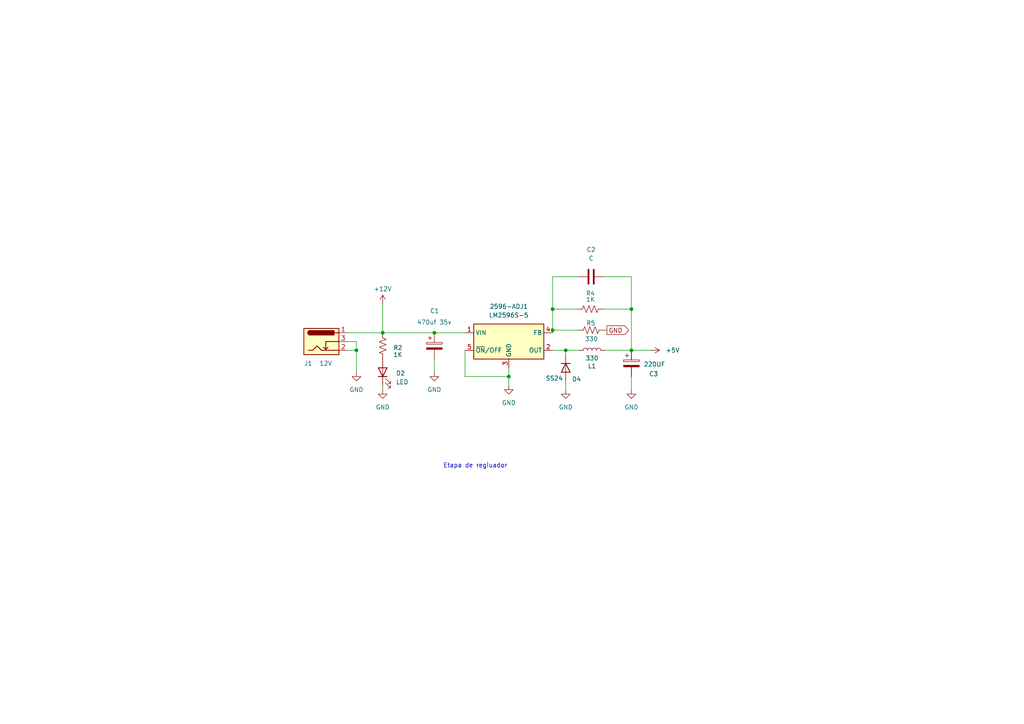
<source format=kicad_sch>
(kicad_sch (version 20230121) (generator eeschema)
  (paper "A4")
  (lib_symbols
    (symbol "Connector:Barrel_Jack_Switch" (pin_names hide)
      (property "Reference" "J" (at 0 5.334 0))
      (property "Value" "Barrel_Jack_Switch" (at 0 -5.08 0))
      (symbol "Barrel_Jack_Switch_0_1"
        (rectangle (start -5.08 3.81) (end 5.08 -3.81) (stroke (width 0.254)) (fill (type background)))
        (arc (start -3.302 3.175) (mid -3.9343 2.54) (end -3.302 1.905) (stroke (width 0.254)))
        (arc (start -3.302 3.175) (mid -3.9343 2.54) (end -3.302 1.905) (stroke (width 0.254)) (fill (type outline)))
        (polyline (pts (xy 1.27 -2.286) (xy 1.905 -1.651)) (stroke (width 0.254)))
        (polyline (pts (xy 5.08 2.54) (xy 3.81 2.54)) (stroke (width 0.254)))
        (polyline (pts (xy 5.08 0) (xy 1.27 0) (xy 1.27 -2.286) (xy 0.635 -1.651)) (stroke (width 0.254)))
        (polyline (pts (xy -3.81 -2.54) (xy -2.54 -2.54) (xy -1.27 -1.27) (xy 0 -2.54) (xy 2.54 -2.54) (xy 5.08 -2.54)) (stroke (width 0.254)))
        (rectangle (start 3.683 3.175) (end -3.302 1.905) (stroke (width 0.254)) (fill (type outline)))
      )
      (symbol "Barrel_Jack_Switch_1_1"
        (pin passive line (at 7.62 2.54 180) (length 2.54) (name "~") (number "1"))
        (pin passive line (at 7.62 -2.54 180) (length 2.54) (name "~") (number "2"))
        (pin passive line (at 7.62 0 180) (length 2.54) (name "~") (number "3"))
      )
    )
    (symbol "Device:C" (pin_numbers hide) (pin_names (offset 0.254))
      (property "Reference" "C" (at 0.635 2.54 0))
      (property "Value" "C" (at 0.635 -2.54 0))
      (symbol "C_0_1"
        (polyline (pts (xy -2.032 -0.762) (xy 2.032 -0.762)) (stroke (width 0.508)))
        (polyline (pts (xy -2.032 0.762) (xy 2.032 0.762)) (stroke (width 0.508)))
      )
      (symbol "C_1_1"
        (pin passive line (at 0 3.81 270) (length 2.794) (name "~") (number "1"))
        (pin passive line (at 0 -3.81 90) (length 2.794) (name "~") (number "2"))
      )
    )
    (symbol "Device:C_Polarized" (pin_numbers hide) (pin_names (offset 0.254))
      (property "Reference" "C" (at 0.635 2.54 0))
      (property "Value" "C_Polarized" (at 0.635 -2.54 0))
      (symbol "C_Polarized_0_1"
        (rectangle (start -2.286 0.508) (end 2.286 1.016))
        (polyline (pts (xy -1.778 2.286) (xy -0.762 2.286)))
        (polyline (pts (xy -1.27 2.794) (xy -1.27 1.778)))
        (rectangle (start 2.286 -0.508) (end -2.286 -1.016) (fill (type outline)))
      )
      (symbol "C_Polarized_1_1"
        (pin passive line (at 0 3.81 270) (length 2.794) (name "~") (number "1"))
        (pin passive line (at 0 -3.81 90) (length 2.794) (name "~") (number "2"))
      )
    )
    (symbol "Device:L" (pin_numbers hide) (pin_names (offset 1.016) hide)
      (property "Reference" "L" (at -1.27 0 90))
      (property "Value" "L" (at 1.905 0 90))
      (symbol "L_0_1"
        (arc (start 0 -2.54) (mid 0.6323 -1.905) (end 0 -1.27))
        (arc (start 0 -1.27) (mid 0.6323 -0.635) (end 0 0))
        (arc (start 0 0) (mid 0.6323 0.635) (end 0 1.27))
        (arc (start 0 1.27) (mid 0.6323 1.905) (end 0 2.54))
      )
      (symbol "L_1_1"
        (pin passive line (at 0 3.81 270) (length 1.27) (name "1") (number "1"))
        (pin passive line (at 0 -3.81 90) (length 1.27) (name "2") (number "2"))
      )
    )
    (symbol "Device:LED" (pin_numbers hide) (pin_names (offset 1.016) hide)
      (property "Reference" "D" (at 0 2.54 0))
      (property "Value" "LED" (at 0 -2.54 0))
      (symbol "LED_0_1"
        (polyline (pts (xy -1.27 -1.27) (xy -1.27 1.27)) (stroke (width 0.254)))
        (polyline (pts (xy -1.27 0) (xy 1.27 0)))
        (polyline (pts (xy 1.27 -1.27) (xy 1.27 1.27) (xy -1.27 0) (xy 1.27 -1.27)) (stroke (width 0.254)))
        (polyline (pts (xy -3.048 -0.762) (xy -4.572 -2.286) (xy -3.81 -2.286) (xy -4.572 -2.286) (xy -4.572 -1.524)))
        (polyline (pts (xy -1.778 -0.762) (xy -3.302 -2.286) (xy -2.54 -2.286) (xy -3.302 -2.286) (xy -3.302 -1.524)))
      )
      (symbol "LED_1_1"
        (pin passive line (at -3.81 0 0) (length 2.54) (name "K") (number "1"))
        (pin passive line (at 3.81 0 180) (length 2.54) (name "A") (number "2"))
      )
    )
    (symbol "Device:R_US" (pin_numbers hide) (pin_names (offset 0))
      (property "Reference" "R" (at 2.54 0 90))
      (property "Value" "R_US" (at -2.54 0 90))
      (symbol "R_US_0_1"
        (polyline (pts (xy 0 -2.286) (xy 0 -2.54)))
        (polyline (pts (xy 0 2.286) (xy 0 2.54)))
        (polyline (pts (xy 0 -0.762) (xy 1.016 -1.143) (xy 0 -1.524) (xy -1.016 -1.905) (xy 0 -2.286)))
        (polyline (pts (xy 0 0.762) (xy 1.016 0.381) (xy 0 0) (xy -1.016 -0.381) (xy 0 -0.762)))
        (polyline (pts (xy 0 2.286) (xy 1.016 1.905) (xy 0 1.524) (xy -1.016 1.143) (xy 0 0.762)))
      )
      (symbol "R_US_1_1"
        (pin passive line (at 0 3.81 270) (length 1.27) (name "~") (number "1"))
        (pin passive line (at 0 -3.81 90) (length 1.27) (name "~") (number "2"))
      )
    )
    (symbol "Diode:US2MA" (pin_numbers hide) (pin_names (offset 1.016) hide)
      (property "Reference" "D" (at 0 2.54 0))
      (property "Value" "US2MA" (at 0 -2.54 0))
      (symbol "US2MA_0_1"
        (polyline (pts (xy -1.27 1.27) (xy -1.27 -1.27)) (stroke (width 0.254)))
        (polyline (pts (xy 1.27 0) (xy -1.27 0)))
        (polyline (pts (xy 1.27 1.27) (xy 1.27 -1.27) (xy -1.27 0) (xy 1.27 1.27)) (stroke (width 0.254)))
      )
      (symbol "US2MA_1_1"
        (pin passive line (at -3.81 0 0) (length 2.54) (name "K") (number "1"))
        (pin passive line (at 3.81 0 180) (length 2.54) (name "A") (number "2"))
      )
    )
    (symbol "Regulator_Switching:LM2596S-5"
      (property "Reference" "U" (at -10.16 6.35 0))
      (property "Value" "LM2596S-5" (at 0 6.35 0))
      (symbol "LM2596S-5_0_1"
        (rectangle (start -10.16 5.08) (end 10.16 -5.08) (stroke (width 0.254)) (fill (type background)))
      )
      (symbol "LM2596S-5_1_1"
        (pin power_in line (at -12.7 2.54 0) (length 2.54) (name "VIN") (number "1"))
        (pin output line (at 12.7 -2.54 180) (length 2.54) (name "OUT") (number "2"))
        (pin power_in line (at 0 -7.62 90) (length 2.54) (name "GND") (number "3"))
        (pin input line (at 12.7 2.54 180) (length 2.54) (name "FB") (number "4"))
        (pin input line (at -12.7 -2.54 0) (length 2.54) (name "~{ON}/OFF") (number "5"))
      )
    )
    (symbol "power:+12V" (power) (pin_names (offset 0))
      (property "Value" "+12V" (at 0 3.556 0))
      (symbol "+12V_0_1"
        (polyline (pts (xy -0.762 1.27) (xy 0 2.54)))
        (polyline (pts (xy 0 0) (xy 0 2.54)))
        (polyline (pts (xy 0 2.54) (xy 0.762 1.27)))
      )
      (symbol "+12V_1_1"
        (pin power_in line (at 0 0 90) (length 0) hide (name "+12V") (number "1"))
      )
    )
    (symbol "power:+5V" (power) (pin_names (offset 0))
      (property "Value" "+5V" (at 0 3.556 0))
      (symbol "+5V_0_1"
        (polyline (pts (xy -0.762 1.27) (xy 0 2.54)))
        (polyline (pts (xy 0 0) (xy 0 2.54)))
        (polyline (pts (xy 0 2.54) (xy 0.762 1.27)))
      )
      (symbol "+5V_1_1"
        (pin power_in line (at 0 0 90) (length 0) hide (name "+5V") (number "1"))
      )
    )
    (symbol "power:GND" (power) (pin_names (offset 0))
      (property "Value" "GND" (at 0 -3.81 0))
      (symbol "GND_0_1"
        (polyline (pts (xy 0 0) (xy 0 -1.27) (xy 1.27 -1.27) (xy 0 -2.54) (xy -1.27 -1.27) (xy 0 -1.27)))
      )
      (symbol "GND_1_1"
        (pin power_in line (at 0 0 270) (length 0) hide (name "GND") (number "1"))
      )
    )
  )
  (junction (at 103.378 101.6))
  (junction (at 160.274 89.662))
  (junction (at 160.274 95.758))
  (junction (at 164.084 101.6))
  (junction (at 183.134 101.6))
  (junction (at 125.984 96.52))
  (junction (at 183.134 89.662))
  (junction (at 110.998 96.52))
  (junction (at 147.574 109.22))
  (wire (pts (xy 175.006 89.662) (xy 183.134 89.662)))
  (wire (pts (xy 103.378 101.6) (xy 103.378 107.95)))
  (wire (pts (xy 160.274 101.6) (xy 164.084 101.6)))
  (wire (pts (xy 134.874 109.22) (xy 147.574 109.22)))
  (wire (pts (xy 164.084 102.87) (xy 164.084 101.6)))
  (wire (pts (xy 100.838 101.6) (xy 103.378 101.6)))
  (wire (pts (xy 110.998 96.52) (xy 100.838 96.52)))
  (wire (pts (xy 110.998 111.76) (xy 110.998 113.03)))
  (wire (pts (xy 175.26 80.264) (xy 183.134 80.264)))
  (wire (pts (xy 134.874 101.6) (xy 134.874 109.22)))
  (wire (pts (xy 183.134 80.264) (xy 183.134 89.662)))
  (wire (pts (xy 160.274 95.758) (xy 160.274 96.52)))
  (wire (pts (xy 167.64 80.264) (xy 160.274 80.264)))
  (wire (pts (xy 125.984 96.52) (xy 134.874 96.52)))
  (wire (pts (xy 125.984 104.14) (xy 125.984 107.95)))
  (wire (pts (xy 160.274 80.264) (xy 160.274 89.662)))
  (wire (pts (xy 147.574 109.22) (xy 147.574 111.76)))
  (wire (pts (xy 160.274 89.662) (xy 160.274 95.758)))
  (wire (pts (xy 147.574 106.68) (xy 147.574 109.22)))
  (wire (pts (xy 103.378 99.06) (xy 103.378 101.6)))
  (wire (pts (xy 167.386 89.662) (xy 160.274 89.662)))
  (wire (pts (xy 175.514 101.6) (xy 183.134 101.6)))
  (wire (pts (xy 183.134 109.22) (xy 183.134 113.03)))
  (wire (pts (xy 160.274 95.758) (xy 167.64 95.758)))
  (wire (pts (xy 183.134 89.662) (xy 183.134 101.6)))
  (wire (pts (xy 110.998 96.52) (xy 125.984 96.52)))
  (wire (pts (xy 100.838 99.06) (xy 103.378 99.06)))
  (wire (pts (xy 164.084 113.03) (xy 164.084 110.49)))
  (wire (pts (xy 110.998 88.138) (xy 110.998 96.52)))
  (wire (pts (xy 164.084 101.6) (xy 167.894 101.6)))
  (wire (pts (xy 175.26 95.758) (xy 176.022 95.758)))
  (wire (pts (xy 183.134 101.6) (xy 188.722 101.6)))
  (text "Etapa de regiuador\n" (at 128.524 135.89 0) (effects (font (size 1.27 1.27)) (justify left bottom)))
  (global_label "GND" (shape output) (at 176.022 95.758 0) (property "Intersheetrefs" "${INTERSHEET_REFS}" (effects hide)))
  (symbol (lib_id "Device:LED") (at 110.998 107.95 90) (unit 1)
    (property "Reference" "D2" (at 114.808 108.2674 90) (effects (justify right)))
    (property "Value" "LED" (at 114.808 110.8074 90) (effects (justify right)))
    (property "Footprint" "Resistor_SMD:R_1206_3216Metric_Pad1.30x1.75mm_HandSolder" (effects hide))
    (instances (project "SCARAB-V1" (path "" (reference "D2") (unit 1))) (project "ER-PROMEGA-SHIELD" (path "" (reference "D1") (unit 1))))
  )
  (symbol (lib_id "Device:R_US") (at 110.998 100.33 0) (unit 1)
    (property "Reference" "R2" (at 114.046 100.838 0) (effects (justify left)))
    (property "Value" "1K" (at 114.046 102.87 0) (effects (justify left)))
    (property "Footprint" "Resistor_SMD:R_0805_2012Metric_Pad1.20x1.40mm_HandSolder" (effects hide))
    (instances (project "SCARAB-V1" (path "" (reference "R2") (unit 1))) (project "ER-PROMEGA-SHIELD" (path "" (reference "R1") (unit 1))))
  )
  (symbol (lib_id "power:+12V") (at 110.998 88.138 0) (unit 1)
    (property "Reference" "#PWR05" (effects hide))
    (property "Value" "+12V" (at 110.998 83.82 0))
  )
  (symbol (lib_id "Device:C") (at 171.45 80.264 90) (unit 1)
    (property "Reference" "C2" (at 171.45 72.39 90))
    (property "Value" "C" (at 171.45 74.93 90))
    (property "Footprint" "Capacitor_SMD:C_0805_2012Metric" (effects hide))
  )
  (symbol (lib_id "power:GND") (at 110.998 113.03 0) (unit 1)
    (property "Reference" "#PWR07" (effects hide))
    (property "Value" "GND" (at 110.998 118.11 0))
  )
  (symbol (lib_id "Device:R_US") (at 171.196 89.662 270) (unit 1)
    (property "Reference" "R4" (at 169.926 85.09 90) (effects (justify left)))
    (property "Value" "1K" (at 169.926 86.868 90) (effects (justify left)))
    (property "Footprint" "Resistor_SMD:R_0805_2012Metric_Pad1.20x1.40mm_HandSolder" (effects hide))
    (instances (project "SCARAB-V1" (path "" (reference "R4") (unit 1))) (project "ER-PROMEGA-SHIELD" (path "" (reference "R2") (unit 1))))
  )
  (symbol (lib_id "Connector:Barrel_Jack_Switch") (at 93.218 99.06 0) (unit 1)
    (property "Reference" "J1" (at 89.408 105.41 0))
    (property "Value" "12V" (at 94.488 105.41 0))
    (property "Footprint" "Connector_BarrelJack:BarrelJack_Horizontal" (effects hide))
  )
  (symbol (lib_id "Device:R_US") (at 171.45 95.758 90) (unit 1)
    (property "Reference" "R5" (at 172.72 93.726 90) (effects (justify left)))
    (property "Value" "330" (at 173.482 98.298 90) (effects (justify left)))
    (property "Footprint" "Resistor_SMD:R_0805_2012Metric_Pad1.20x1.40mm_HandSolder" (effects hide))
    (instances (project "SCARAB-V1" (path "" (reference "R5") (unit 1))) (project "ER-PROMEGA-SHIELD" (path "" (reference "R3") (unit 1))))
  )
  (symbol (lib_id "Device:L") (at 171.704 101.6 90) (unit 1)
    (property "Reference" "L1" (at 171.704 106.172 90))
    (property "Value" "330" (at 171.704 103.886 90))
    (property "Footprint" "Inductor_SMD:L_Bourns-SRN1060" (effects hide))
  )
  (symbol (lib_id "Diode:US2MA") (at 164.084 106.68 270) (unit 1)
    (property "Reference" "D4" (at 165.862 109.982 90) (effects (justify left)))
    (property "Value" "SS24" (at 158.242 109.728 90) (effects (justify left)))
    (property "Footprint" "Diode_SMD:D_SMA" (effects hide))
    (property "Datasheet" "https://www.onsemi.com/pub/Collateral/US2AA-D.PDF" (effects hide))
    (instances (project "SCARAB-V1" (path "" (reference "D4") (unit 1))) (project "ER-PROMEGA-SHIELD" (path "" (reference "D2") (unit 1))))
  )
  (symbol (lib_id "Device:C_Polarized") (at 125.984 100.33 0) (unit 1)
    (property "Reference" "C1" (at 124.714 90.17 0) (effects (justify left)))
    (property "Value" "470uf 35v" (at 120.904 93.472 0) (effects (justify left)))
    (property "Footprint" "Capacitor_THT:CP_Radial_D6.3mm_P2.50mm" (effects hide))
  )
  (symbol (lib_id "power:GND") (at 147.574 111.76 0) (unit 1)
    (property "Reference" "#PWR09" (effects hide))
    (property "Value" "GND" (at 147.574 116.84 0))
  )
  (symbol (lib_id "Regulator_Switching:LM2596S-5") (at 147.574 99.06 0) (unit 1)
    (property "Reference" "2596-ADJ1" (at 147.574 88.9 0))
    (property "Value" "LM2596S-5" (at 147.574 91.44 0))
    (property "Footprint" "TerminalBlock_Phoenix:TerminalBlock_Phoenix_MPT-0,5-3-2.54_1x03_P2.54mm_Horizontal" (effects hide))
    (property "Datasheet" "http://www.ti.com/lit/ds/symlink/lm2596.pdf" (effects hide))
  )
  (symbol (lib_id "power:+5V") (at 188.722 101.6 270) (unit 1)
    (property "Reference" "#PWR012" (effects hide))
    (property "Value" "+5V" (at 193.04 101.6 90) (effects (justify left)))
  )
  (symbol (lib_id "power:GND") (at 125.984 107.95 0) (unit 1)
    (property "Reference" "#PWR08" (effects hide))
    (property "Value" "GND" (at 125.984 113.03 0))
  )
  (symbol (lib_id "power:GND") (at 103.378 107.95 0) (unit 1)
    (property "Reference" "#PWR06" (effects hide))
    (property "Value" "GND" (at 103.378 113.03 0))
  )
  (symbol (lib_id "power:GND") (at 164.084 113.03 0) (unit 1)
    (property "Reference" "#PWR010" (effects hide))
    (property "Value" "GND" (at 164.084 118.11 0))
  )
  (symbol (lib_id "Device:C_Polarized") (at 183.134 105.41 0) (unit 1)
    (property "Reference" "C3" (at 188.214 108.458 0) (effects (justify left)))
    (property "Value" "220UF" (at 186.69 105.664 0) (effects (justify left)))
    (property "Footprint" "Capacitor_THT:CP_Radial_D6.3mm_P2.50mm" (effects hide))
  )
  (symbol (lib_id "power:GND") (at 183.134 113.03 0) (unit 1)
    (property "Reference" "#PWR011" (effects hide))
    (property "Value" "GND" (at 183.134 118.11 0))
  )
)
</source>
